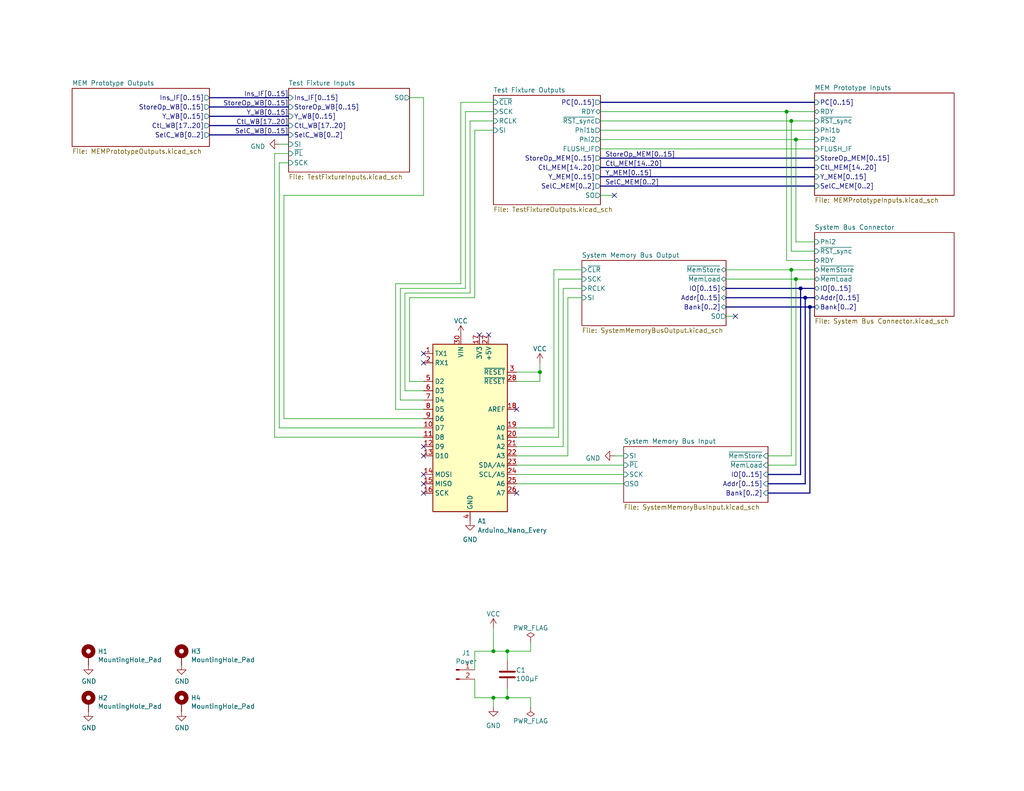
<source format=kicad_sch>
(kicad_sch (version 20250114) (generator "eeschema") (generator_version "9.0")
  (paper "USLetter")
  (title_block (title "Turtle16: MEMModuleTestFixture") (date "2023-03-20") (rev "A") (comment 4 "MEMModuleTestFixture for Turtle16 modules"))
  (lib_symbols
    (symbol "Connector:Conn_01x02_Pin" (pin_names (offset 1.016) (hide yes))
      (property "Reference" "J" (at 0 2.54 0))
      (property "Value" "Conn_01x02_Pin" (at 0 -5.08 0))
      (symbol "Conn_01x02_Pin_1_1"
        (rectangle (start 0.8636 0.127) (end 0 -0.127) (stroke (width 0.1524)) (fill (type outline)))
        (rectangle (start 0.8636 -2.413) (end 0 -2.667) (stroke (width 0.1524)) (fill (type outline)))
        (polyline (pts (xy 1.27 0) (xy 0.8636 0)) (stroke (width 0.1524)))
        (polyline (pts (xy 1.27 -2.54) (xy 0.8636 -2.54)) (stroke (width 0.1524)))
        (pin passive line (at 5.08 0 180) (length 3.81) (name "Pin_1") (number "1"))
        (pin passive line (at 5.08 -2.54 180) (length 3.81) (name "Pin_2") (number "2"))
      )
    )
    (symbol "Device:C" (pin_numbers (hide yes)) (pin_names (offset 0.254))
      (property "Reference" "C" (at 0.635 2.54 0))
      (property "Value" "C" (at 0.635 -2.54 0))
      (symbol "C_0_1"
        (polyline (pts (xy -2.032 0.762) (xy 2.032 0.762)) (stroke (width 0.508)))
        (polyline (pts (xy -2.032 -0.762) (xy 2.032 -0.762)) (stroke (width 0.508)))
      )
      (symbol "C_1_1"
        (pin passive line (at 0 3.81 270) (length 2.794) (name "~") (number "1"))
        (pin passive line (at 0 -3.81 90) (length 2.794) (name "~") (number "2"))
      )
    )
    (symbol "MCU_Module:Arduino_Nano_Every"
      (property "Reference" "A" (at -10.16 23.495 0))
      (property "Value" "Arduino_Nano_Every" (at 5.08 -24.13 0))
      (symbol "Arduino_Nano_Every_0_1"
        (rectangle (start -10.16 22.86) (end 10.16 -22.86) (stroke (width 0.254)) (fill (type background)))
      )
      (symbol "Arduino_Nano_Every_1_1"
        (pin bidirectional line (at -12.7 20.32 0) (length 2.54) (name "TX1") (number "1"))
        (pin bidirectional line (at -12.7 17.78 0) (length 2.54) (name "RX1") (number "2"))
        (pin bidirectional line (at -12.7 12.7 0) (length 2.54) (name "D2") (number "5"))
        (pin bidirectional line (at -12.7 10.16 0) (length 2.54) (name "D3") (number "6"))
        (pin bidirectional line (at -12.7 7.62 0) (length 2.54) (name "D4") (number "7"))
        (pin bidirectional line (at -12.7 5.08 0) (length 2.54) (name "D5") (number "8"))
        (pin bidirectional line (at -12.7 2.54 0) (length 2.54) (name "D6") (number "9"))
        (pin bidirectional line (at -12.7 0 0) (length 2.54) (name "D7") (number "10"))
        (pin bidirectional line (at -12.7 -2.54 0) (length 2.54) (name "D8") (number "11"))
        (pin bidirectional line (at -12.7 -5.08 0) (length 2.54) (name "D9") (number "12"))
        (pin bidirectional line (at -12.7 -7.62 0) (length 2.54) (name "D10") (number "13"))
        (pin bidirectional line (at -12.7 -12.7 0) (length 2.54) (name "MOSI") (number "14"))
        (pin bidirectional line (at -12.7 -15.24 0) (length 2.54) (name "MISO") (number "15"))
        (pin bidirectional line (at -12.7 -17.78 0) (length 2.54) (name "SCK") (number "16"))
        (pin power_in line (at -2.54 25.4 270) (length 2.54) (name "VIN") (number "30"))
        (pin passive line (at 0 -25.4 90) (length 2.54) (hide yes) (name "GND") (number "29"))
        (pin power_in line (at 0 -25.4 90) (length 2.54) (name "GND") (number "4"))
        (pin power_out line (at 2.54 25.4 270) (length 2.54) (name "3V3") (number "17"))
        (pin power_out line (at 5.08 25.4 270) (length 2.54) (name "+5V") (number "27"))
        (pin input line (at 12.7 15.24 180) (length 2.54) (name "~{RESET}") (number "3"))
        (pin input line (at 12.7 12.7 180) (length 2.54) (name "~{RESET}") (number "28"))
        (pin input line (at 12.7 5.08 180) (length 2.54) (name "AREF") (number "18"))
        (pin bidirectional line (at 12.7 0 180) (length 2.54) (name "A0") (number "19"))
        (pin bidirectional line (at 12.7 -2.54 180) (length 2.54) (name "A1") (number "20"))
        (pin bidirectional line (at 12.7 -5.08 180) (length 2.54) (name "A2") (number "21"))
        (pin bidirectional line (at 12.7 -7.62 180) (length 2.54) (name "A3") (number "22"))
        (pin bidirectional line (at 12.7 -10.16 180) (length 2.54) (name "SDA/A4") (number "23"))
        (pin bidirectional line (at 12.7 -12.7 180) (length 2.54) (name "SCL/A5") (number "24"))
        (pin bidirectional line (at 12.7 -15.24 180) (length 2.54) (name "A6") (number "25"))
        (pin bidirectional line (at 12.7 -17.78 180) (length 2.54) (name "A7") (number "26"))
      )
    )
    (symbol "Mechanical:MountingHole_Pad" (pin_numbers (hide yes)) (pin_names (offset 1.016) (hide yes))
      (property "Reference" "H" (at 0 6.35 0))
      (property "Value" "MountingHole_Pad" (at 0 4.445 0))
      (symbol "MountingHole_Pad_0_1"
        (circle (center 0 1.27) (radius 1.27) (stroke (width 1.27)))
      )
      (symbol "MountingHole_Pad_1_1"
        (pin input line (at 0 -2.54 90) (length 2.54) (name "1") (number "1"))
      )
    )
    (symbol "power:GND" (power) (pin_names (offset 0))
      (property "Value" "GND" (at 0 -3.81 0))
      (symbol "GND_0_1"
        (polyline (pts (xy 0 0) (xy 0 -1.27) (xy 1.27 -1.27) (xy 0 -2.54) (xy -1.27 -1.27) (xy 0 -1.27)))
      )
      (symbol "GND_1_1"
        (pin power_in line (at 0 0 270) (length 0) (hide yes) (name "GND") (number "1"))
      )
    )
    (symbol "power:PWR_FLAG" (power) (pin_numbers (hide yes)) (pin_names (offset 0) (hide yes))
      (property "Value" "PWR_FLAG" (at 0 3.81 0))
      (symbol "PWR_FLAG_0_0"
        (pin power_out line (at 0 0 90) (length 0) (name "pwr") (number "1"))
      )
      (symbol "PWR_FLAG_0_1"
        (polyline (pts (xy 0 0) (xy 0 1.27) (xy -1.016 1.905) (xy 0 2.54) (xy 1.016 1.905) (xy 0 1.27)))
      )
    )
    (symbol "power:VCC" (power) (pin_names (offset 0))
      (property "Value" "VCC" (at 0 3.81 0))
      (symbol "VCC_0_1"
        (polyline (pts (xy -0.762 1.27) (xy 0 2.54)))
        (polyline (pts (xy 0 2.54) (xy 0.762 1.27)))
        (polyline (pts (xy 0 0) (xy 0 2.54)))
      )
      (symbol "VCC_1_1"
        (pin power_in line (at 0 0 90) (length 0) (hide yes) (name "VCC") (number "1"))
      )
    )
  )
  (junction (at 217.17 76.2))
  (junction (at 217.17 38.1))
  (junction (at 138.43 177.8))
  (junction (at 220.98 83.82))
  (junction (at 214.63 30.48))
  (junction (at 215.9 73.66))
  (junction (at 219.71 81.28))
  (junction (at 134.62 177.8))
  (junction (at 215.9 33.02))
  (junction (at 147.32 101.6))
  (junction (at 138.43 190.5))
  (junction (at 218.44 78.74))
  (junction (at 134.62 190.5))
  (no_connect (at 115.57 134.62))
  (no_connect (at 115.57 96.52))
  (no_connect (at 115.57 99.06))
  (no_connect (at 130.81 91.44))
  (no_connect (at 115.57 132.08))
  (no_connect (at 140.97 111.76))
  (no_connect (at 115.57 124.46))
  (no_connect (at 200.66 86.36))
  (no_connect (at 115.57 121.92))
  (no_connect (at 140.97 134.62))
  (no_connect (at 167.64 53.34))
  (no_connect (at 115.57 129.54))
  (no_connect (at 133.35 91.44))
  (bus (pts (xy 198.12 83.82) (xy 220.98 83.82)))
  (bus (pts (xy 163.83 43.18) (xy 222.25 43.18)))
  (wire (pts (xy 222.25 71.12) (xy 214.63 71.12)))
  (wire (pts (xy 198.12 76.2) (xy 217.17 76.2)))
  (wire (pts (xy 76.2 39.37) (xy 78.74 39.37)))
  (bus (pts (xy 209.55 132.08) (xy 219.71 132.08)))
  (wire (pts (xy 77.47 53.34) (xy 115.57 53.34)))
  (wire (pts (xy 129.54 81.28) (xy 129.54 35.56)))
  (wire (pts (xy 129.54 177.8) (xy 134.62 177.8)))
  (wire (pts (xy 217.17 76.2) (xy 222.25 76.2)))
  (wire (pts (xy 140.97 132.08) (xy 170.18 132.08)))
  (wire (pts (xy 78.74 44.45) (xy 76.2 44.45)))
  (wire (pts (xy 217.17 76.2) (xy 217.17 127)))
  (wire (pts (xy 222.25 68.58) (xy 215.9 68.58)))
  (wire (pts (xy 109.22 78.74) (xy 109.22 109.22)))
  (wire (pts (xy 138.43 187.96) (xy 138.43 190.5)))
  (wire (pts (xy 153.67 78.74) (xy 153.67 121.92)))
  (wire (pts (xy 125.73 27.94) (xy 134.62 27.94)))
  (wire (pts (xy 163.83 30.48) (xy 214.63 30.48)))
  (wire (pts (xy 134.62 30.48) (xy 127 30.48)))
  (wire (pts (xy 129.54 190.5) (xy 129.54 185.42)))
  (wire (pts (xy 111.76 81.28) (xy 129.54 81.28)))
  (wire (pts (xy 215.9 68.58) (xy 215.9 33.02)))
  (wire (pts (xy 134.62 33.02) (xy 128.27 33.02)))
  (wire (pts (xy 217.17 127) (xy 209.55 127)))
  (wire (pts (xy 198.12 73.66) (xy 215.9 73.66)))
  (wire (pts (xy 158.75 73.66) (xy 151.13 73.66)))
  (wire (pts (xy 115.57 104.14) (xy 111.76 104.14)))
  (bus (pts (xy 57.15 26.67) (xy 78.74 26.67)))
  (wire (pts (xy 152.4 76.2) (xy 152.4 119.38)))
  (wire (pts (xy 107.95 111.76) (xy 107.95 77.47)))
  (wire (pts (xy 115.57 114.3) (xy 77.47 114.3)))
  (wire (pts (xy 115.57 111.76) (xy 107.95 111.76)))
  (wire (pts (xy 128.27 80.01) (xy 110.49 80.01)))
  (wire (pts (xy 215.9 73.66) (xy 222.25 73.66)))
  (wire (pts (xy 77.47 53.34) (xy 77.47 114.3)))
  (wire (pts (xy 111.76 104.14) (xy 111.76 81.28)))
  (wire (pts (xy 140.97 129.54) (xy 170.18 129.54)))
  (wire (pts (xy 78.74 41.91) (xy 74.93 41.91)))
  (wire (pts (xy 107.95 77.47) (xy 125.73 77.47)))
  (wire (pts (xy 214.63 71.12) (xy 214.63 30.48)))
  (wire (pts (xy 76.2 116.84) (xy 115.57 116.84)))
  (wire (pts (xy 154.94 124.46) (xy 140.97 124.46)))
  (wire (pts (xy 138.43 190.5) (xy 144.78 190.5)))
  (wire (pts (xy 115.57 53.34) (xy 115.57 26.67)))
  (bus (pts (xy 218.44 78.74) (xy 222.25 78.74)))
  (bus (pts (xy 163.83 48.26) (xy 222.25 48.26)))
  (wire (pts (xy 163.83 35.56) (xy 222.25 35.56)))
  (bus (pts (xy 163.83 45.72) (xy 222.25 45.72)))
  (wire (pts (xy 128.27 33.02) (xy 128.27 80.01)))
  (wire (pts (xy 134.62 190.5) (xy 129.54 190.5)))
  (wire (pts (xy 115.57 26.67) (xy 111.76 26.67)))
  (wire (pts (xy 134.62 171.45) (xy 134.62 177.8)))
  (wire (pts (xy 152.4 119.38) (xy 140.97 119.38)))
  (wire (pts (xy 109.22 109.22) (xy 115.57 109.22)))
  (wire (pts (xy 154.94 81.28) (xy 154.94 124.46)))
  (wire (pts (xy 129.54 35.56) (xy 134.62 35.56)))
  (wire (pts (xy 215.9 73.66) (xy 215.9 124.46)))
  (bus (pts (xy 209.55 129.54) (xy 218.44 129.54)))
  (wire (pts (xy 110.49 106.68) (xy 115.57 106.68)))
  (wire (pts (xy 110.49 80.01) (xy 110.49 106.68)))
  (wire (pts (xy 147.32 101.6) (xy 147.32 99.06)))
  (wire (pts (xy 144.78 190.5) (xy 144.78 193.04)))
  (wire (pts (xy 127 78.74) (xy 109.22 78.74)))
  (wire (pts (xy 140.97 101.6) (xy 147.32 101.6)))
  (bus (pts (xy 57.15 31.75) (xy 78.74 31.75)))
  (bus (pts (xy 218.44 78.74) (xy 218.44 129.54)))
  (wire (pts (xy 134.62 190.5) (xy 134.62 193.04)))
  (wire (pts (xy 138.43 177.8) (xy 138.43 180.34)))
  (wire (pts (xy 151.13 116.84) (xy 140.97 116.84)))
  (wire (pts (xy 140.97 104.14) (xy 147.32 104.14)))
  (wire (pts (xy 163.83 33.02) (xy 215.9 33.02)))
  (bus (pts (xy 198.12 78.74) (xy 218.44 78.74)))
  (wire (pts (xy 129.54 182.88) (xy 129.54 177.8)))
  (wire (pts (xy 127 30.48) (xy 127 78.74)))
  (wire (pts (xy 138.43 190.5) (xy 134.62 190.5)))
  (bus (pts (xy 219.71 81.28) (xy 222.25 81.28)))
  (wire (pts (xy 158.75 76.2) (xy 152.4 76.2)))
  (bus (pts (xy 209.55 134.62) (xy 220.98 134.62)))
  (wire (pts (xy 163.83 53.34) (xy 167.64 53.34)))
  (wire (pts (xy 140.97 127) (xy 170.18 127)))
  (wire (pts (xy 138.43 177.8) (xy 144.78 177.8)))
  (wire (pts (xy 134.62 177.8) (xy 138.43 177.8)))
  (wire (pts (xy 74.93 41.91) (xy 74.93 119.38)))
  (wire (pts (xy 167.64 124.46) (xy 170.18 124.46)))
  (bus (pts (xy 220.98 134.62) (xy 220.98 83.82)))
  (bus (pts (xy 57.15 34.29) (xy 78.74 34.29)))
  (wire (pts (xy 158.75 78.74) (xy 153.67 78.74)))
  (bus (pts (xy 198.12 81.28) (xy 219.71 81.28)))
  (bus (pts (xy 57.15 36.83) (xy 78.74 36.83)))
  (wire (pts (xy 217.17 66.04) (xy 217.17 38.1)))
  (wire (pts (xy 217.17 38.1) (xy 222.25 38.1)))
  (wire (pts (xy 125.73 77.47) (xy 125.73 27.94)))
  (bus (pts (xy 219.71 132.08) (xy 219.71 81.28)))
  (wire (pts (xy 163.83 38.1) (xy 217.17 38.1)))
  (wire (pts (xy 151.13 73.66) (xy 151.13 116.84)))
  (wire (pts (xy 74.93 119.38) (xy 115.57 119.38)))
  (wire (pts (xy 198.12 86.36) (xy 200.66 86.36)))
  (wire (pts (xy 163.83 40.64) (xy 222.25 40.64)))
  (wire (pts (xy 147.32 104.14) (xy 147.32 101.6)))
  (wire (pts (xy 215.9 33.02) (xy 222.25 33.02)))
  (bus (pts (xy 57.15 29.21) (xy 78.74 29.21)))
  (bus (pts (xy 163.83 27.94) (xy 222.25 27.94)))
  (bus (pts (xy 163.83 50.8) (xy 222.25 50.8)))
  (wire (pts (xy 153.67 121.92) (xy 140.97 121.92)))
  (wire (pts (xy 144.78 177.8) (xy 144.78 175.26)))
  (wire (pts (xy 214.63 30.48) (xy 222.25 30.48)))
  (wire (pts (xy 215.9 124.46) (xy 209.55 124.46)))
  (wire (pts (xy 76.2 44.45) (xy 76.2 116.84)))
  (wire (pts (xy 158.75 81.28) (xy 154.94 81.28)))
  (wire (pts (xy 222.25 66.04) (xy 217.17 66.04)))
  (bus (pts (xy 220.98 83.82) (xy 222.25 83.82)))
  (label "StoreOp_MEM[0..15]" (at 165.1 43.18 0))
  (label "Y_WB[0..15]" (at 78.74 31.75 180))
  (label "SelC_MEM[0..2]" (at 165.1 50.8 0))
  (label "Ctl_WB[17..20]" (at 78.74 34.29 180))
  (label "Ins_IF[0..15]" (at 78.74 26.67 180))
  (label "Ctl_MEM[14..20]" (at 165.1 45.72 0))
  (label "SelC_WB[0..15]" (at 78.74 36.83 180))
  (label "Y_MEM[0..15]" (at 165.1 48.26 0))
  (label "StoreOp_WB[0..15]" (at 78.74 29.21 180))
  (symbol (lib_id "Connector:Conn_01x02_Pin") (at 124.46 182.88 0) (unit 1)
    (property "Reference" "J1" (at 127.2032 178.2826 0))
    (property "Value" "Power" (at 127.2032 180.594 0))
    (property "Footprint" "Connector_Molex:172448-0002" (effects (hide yes)))
    (property "Mouser" "https://www.mouser.com/ProductDetail/538-172448-0002" (effects (hide yes)))
  )
  (symbol (lib_id "Mechanical:MountingHole_Pad") (at 24.13 179.07 0) (unit 1)
    (property "Reference" "H1" (at 26.67 177.8254 0) (effects (justify left)))
    (property "Value" "MountingHole_Pad" (at 26.67 180.1368 0) (effects (justify left)))
    (property "Footprint" "MountingHole:MountingHole_3.2mm_M3_Pad" (effects (hide yes)))
  )
  (symbol (lib_id "Mechanical:MountingHole_Pad") (at 49.53 179.07 0) (unit 1)
    (property "Reference" "H3" (at 52.07 177.8254 0) (effects (justify left)))
    (property "Value" "MountingHole_Pad" (at 52.07 180.1368 0) (effects (justify left)))
    (property "Footprint" "MountingHole:MountingHole_3.2mm_M3_Pad" (effects (hide yes)))
  )
  (symbol (lib_id "power:VCC") (at 147.32 99.06 0) (unit 1)
    (property "Reference" "#PWR010" (effects (hide yes)))
    (property "Value" "VCC" (at 147.32 95.25 0))
  )
  (symbol (lib_id "Mechanical:MountingHole_Pad") (at 49.53 191.77 0) (unit 1)
    (property "Reference" "H4" (at 52.07 190.5254 0) (effects (justify left)))
    (property "Value" "MountingHole_Pad" (at 52.07 192.8368 0) (effects (justify left)))
    (property "Footprint" "MountingHole:MountingHole_3.2mm_M3_Pad" (effects (hide yes)))
  )
  (symbol (lib_id "power:GND") (at 76.2 39.37 270) (unit 1)
    (property "Reference" "#PWR05" (effects (hide yes)))
    (property "Value" "GND" (at 72.39 40.005 90) (effects (justify right)))
  )
  (symbol (lib_id "Device:C") (at 138.43 184.15 0) (unit 1)
    (property "Reference" "C1" (at 140.7668 182.9816 0) (effects (justify left)))
    (property "Value" "100µF" (at 140.7668 185.293 0) (effects (justify left)))
    (property "Footprint" "Capacitor_SMD:C_1206_3216Metric_Pad1.33x1.80mm_HandSolder" (effects (hide yes)))
    (property "Mouser" "https://www.mouser.com/ProductDetail/963-AMK316ABJ107ML-T" (effects (hide yes)))
  )
  (symbol (lib_id "Mechanical:MountingHole_Pad") (at 24.13 191.77 0) (unit 1)
    (property "Reference" "H2" (at 26.67 190.5254 0) (effects (justify left)))
    (property "Value" "MountingHole_Pad" (at 26.67 192.8368 0) (effects (justify left)))
    (property "Footprint" "MountingHole:MountingHole_3.2mm_M3_Pad" (effects (hide yes)))
  )
  (symbol (lib_id "power:PWR_FLAG") (at 144.78 175.26 0) (unit 1)
    (property "Reference" "#FLG01" (effects (hide yes)))
    (property "Value" "PWR_FLAG" (at 144.78 171.45 0))
  )
  (symbol (lib_id "power:VCC") (at 134.62 171.45 0) (unit 1)
    (property "Reference" "#PWR08" (effects (hide yes)))
    (property "Value" "VCC" (at 134.62 167.64 0))
  )
  (symbol (lib_id "power:GND") (at 167.64 124.46 270) (unit 1)
    (property "Reference" "#PWR011" (effects (hide yes)))
    (property "Value" "GND" (at 163.83 125.095 90) (effects (justify right)))
  )
  (symbol (lib_id "power:VCC") (at 125.73 91.44 0) (unit 1)
    (property "Reference" "#PWR06" (effects (hide yes)))
    (property "Value" "VCC" (at 125.73 87.63 0))
  )
  (symbol (lib_id "power:GND") (at 134.62 193.04 0) (unit 1)
    (property "Reference" "#PWR09" (effects (hide yes)))
    (property "Value" "GND" (at 134.62 198.12 0))
  )
  (symbol (lib_id "power:GND") (at 24.13 181.61 0) (unit 1)
    (property "Reference" "#PWR01" (effects (hide yes)))
    (property "Value" "GND" (at 24.257 186.0042 0))
  )
  (symbol (lib_id "MCU_Module:Arduino_Nano_Every") (at 128.27 116.84 0) (unit 1)
    (property "Reference" "A1" (at 130.2894 142.24 0) (effects (justify left)))
    (property "Value" "Arduino_Nano_Every" (at 130.2894 144.78 0) (effects (justify left)))
    (property "Footprint" "Module:Arduino_Nano" (effects (hide yes)))
    (property "Datasheet" "https://content.arduino.cc/assets/NANOEveryV3.0_sch.pdf" (effects (hide yes)))
  )
  (symbol (lib_id "power:GND") (at 49.53 181.61 0) (unit 1)
    (property "Reference" "#PWR03" (effects (hide yes)))
    (property "Value" "GND" (at 49.657 186.0042 0))
  )
  (symbol (lib_id "power:GND") (at 128.27 142.24 0) (unit 1)
    (property "Reference" "#PWR07" (effects (hide yes)))
    (property "Value" "GND" (at 128.27 147.32 0))
  )
  (symbol (lib_id "power:GND") (at 24.13 194.31 0) (unit 1)
    (property "Reference" "#PWR02" (effects (hide yes)))
    (property "Value" "GND" (at 24.257 198.7042 0))
  )
  (symbol (lib_id "power:PWR_FLAG") (at 144.78 193.04 0) (mirror x) (unit 1)
    (property "Reference" "#FLG02" (effects (hide yes)))
    (property "Value" "PWR_FLAG" (at 144.78 196.85 0))
  )
  (symbol (lib_id "power:GND") (at 49.53 194.31 0) (unit 1)
    (property "Reference" "#PWR04" (effects (hide yes)))
    (property "Value" "GND" (at 49.657 198.7042 0))
  )
  (sheet (at 170.18 121.92) (size 39.37 15.24) (stroke (width 0.1524))
    (property "Sheetname" "System Memory Bus Input" (at 170.18 121.2084 0) (effects (justify left bottom)))
    (property "Sheetfile" "SystemMemoryBusInput.kicad_sch" (at 170.18 137.7446 0) (effects (justify left top)))
    (pin "Addr[0..15]" input (at 209.55 132.08 0))
    (pin "SCK" input (at 170.18 129.54 180))
    (pin "~{PL}" input (at 170.18 127 180))
    (pin "Bank[0..2]" input (at 209.55 134.62 0))
    (pin "~{MemStore}" input (at 209.55 124.46 0))
    (pin "~{MemLoad}" input (at 209.55 127 0))
    (pin "SO" output (at 170.18 132.08 180))
    (pin "IO[0..15]" input (at 209.55 129.54 0))
    (pin "SI" input (at 170.18 124.46 180))
  )
  (sheet (at 222.25 25.4) (size 38.1 27.94) (stroke (width 0.1524))
    (property "Sheetname" "MEM Prototype Inputs" (at 222.25 24.6884 0) (effects (justify left bottom)))
    (property "Sheetfile" "MEMPrototypeInputs.kicad_sch" (at 222.25 53.9246 0) (effects (justify left top)))
    (pin "PC[0..15]" input (at 222.25 27.94 180))
    (pin "Y_MEM[0..15]" input (at 222.25 48.26 180))
    (pin "Phi1b" input (at 222.25 35.56 180))
    (pin "Ctl_MEM[14..20]" input (at 222.25 45.72 180))
    (pin "SelC_MEM[0..2]" input (at 222.25 50.8 180))
    (pin "StoreOp_MEM[0..15]" input (at 222.25 43.18 180))
    (pin "~{RST_sync}" input (at 222.25 33.02 180))
    (pin "RDY" tri_state (at 222.25 30.48 180))
    (pin "Phi2" input (at 222.25 38.1 180))
    (pin "FLUSH_IF" input (at 222.25 40.64 180))
  )
  (sheet (at 78.74 24.13) (size 33.02 22.86) (stroke (width 0.1524))
    (property "Sheetname" "Test Fixture Inputs" (at 78.74 23.4184 0) (effects (justify left bottom)))
    (property "Sheetfile" "TestFixtureInputs.kicad_sch" (at 78.74 47.5746 0) (effects (justify left top)))
    (pin "StoreOp_WB[0..15]" input (at 78.74 29.21 180))
    (pin "SelC_WB[0..2]" input (at 78.74 36.83 180))
    (pin "Ins_IF[0..15]" input (at 78.74 26.67 180))
    (pin "Ctl_WB[17..20]" input (at 78.74 34.29 180))
    (pin "Y_WB[0..15]" input (at 78.74 31.75 180))
    (pin "SI" input (at 78.74 39.37 180))
    (pin "SCK" input (at 78.74 44.45 180))
    (pin "~{PL}" input (at 78.74 41.91 180))
    (pin "SO" output (at 111.76 26.67 0))
  )
  (sheet (at 222.25 63.5) (size 38.1 22.86)
    (property "Sheetname" "System Bus Connector" (at 222.25 62.7884 0) (effects (justify left bottom)))
    (property "Sheetfile" "System Bus Connector.kicad_sch" (at 222.25 86.9446 0) (effects (justify left top)))
    (pin "IO[0..15]" tri_state (at 222.25 78.74 180))
    (pin "Addr[0..15]" tri_state (at 222.25 81.28 180))
    (pin "~{MemLoad}" tri_state (at 222.25 76.2 180))
    (pin "~{MemStore}" tri_state (at 222.25 73.66 180))
    (pin "RDY" bidirectional (at 222.25 71.12 180))
    (pin "Phi2" input (at 222.25 66.04 180))
    (pin "~{RST_sync}" input (at 222.25 68.58 180))
    (pin "Bank[0..2]" tri_state (at 222.25 83.82 180))
  )
  (sheet (at 19.685 24.13) (size 37.465 15.875) (stroke (width 0.1524))
    (property "Sheetname" "MEM Prototype Outputs" (at 19.685 23.4184 0) (effects (justify left bottom)))
    (property "Sheetfile" "MEMPrototypeOutputs.kicad_sch" (at 19.685 40.5896 0) (effects (justify left top)))
    (pin "Ins_IF[0..15]" output (at 57.15 26.67 0))
    (pin "StoreOp_WB[0..15]" output (at 57.15 29.21 0))
    (pin "SelC_WB[0..2]" output (at 57.15 36.83 0))
    (pin "Y_WB[0..15]" output (at 57.15 31.75 0))
    (pin "Ctl_WB[17..20]" output (at 57.15 34.29 0))
  )
  (sheet (at 134.62 26.035) (size 29.21 29.845) (stroke (width 0.1524))
    (property "Sheetname" "Test Fixture Outputs" (at 134.62 25.3234 0) (effects (justify left bottom)))
    (property "Sheetfile" "TestFixtureOutputs.kicad_sch" (at 134.62 56.4646 0) (effects (justify left top)))
    (pin "SelC_MEM[0..2]" output (at 163.83 50.8 0))
    (pin "RDY" tri_state (at 163.83 30.48 0))
    (pin "~{RST_sync}" output (at 163.83 33.02 0))
    (pin "FLUSH_IF" output (at 163.83 40.64 0))
    (pin "Phi2" output (at 163.83 38.1 0))
    (pin "Phi1b" output (at 163.83 35.56 0))
    (pin "Ctl_MEM[14..20]" output (at 163.83 45.72 0))
    (pin "PC[0..15]" output (at 163.83 27.94 0))
    (pin "Y_MEM[0..15]" output (at 163.83 48.26 0))
    (pin "StoreOp_MEM[0..15]" output (at 163.83 43.18 0))
    (pin "~{CLR}" input (at 134.62 27.94 180))
    (pin "SCK" input (at 134.62 30.48 180))
    (pin "RCLK" input (at 134.62 33.02 180))
    (pin "SI" input (at 134.62 35.56 180))
    (pin "SO" output (at 163.83 53.34 0))
  )
  (sheet (at 158.75 71.12) (size 39.37 17.78) (stroke (width 0.1524))
    (property "Sheetname" "System Memory Bus Output" (at 158.75 70.4084 0) (effects (justify left bottom)))
    (property "Sheetfile" "SystemMemoryBusOutput.kicad_sch" (at 158.75 89.4846 0) (effects (justify left top)))
    (pin "~{CLR}" input (at 158.75 73.66 180))
    (pin "SCK" input (at 158.75 76.2 180))
    (pin "RCLK" input (at 158.75 78.74 180))
    (pin "SI" input (at 158.75 81.28 180))
    (pin "Addr[0..15]" tri_state (at 198.12 81.28 0))
    (pin "IO[0..15]" tri_state (at 198.12 78.74 0))
    (pin "~{MemLoad}" tri_state (at 198.12 76.2 0))
    (pin "~{MemStore}" tri_state (at 198.12 73.66 0))
    (pin "SO" output (at 198.12 86.36 0))
    (pin "Bank[0..2]" tri_state (at 198.12 83.82 0))
  )
)
</source>
